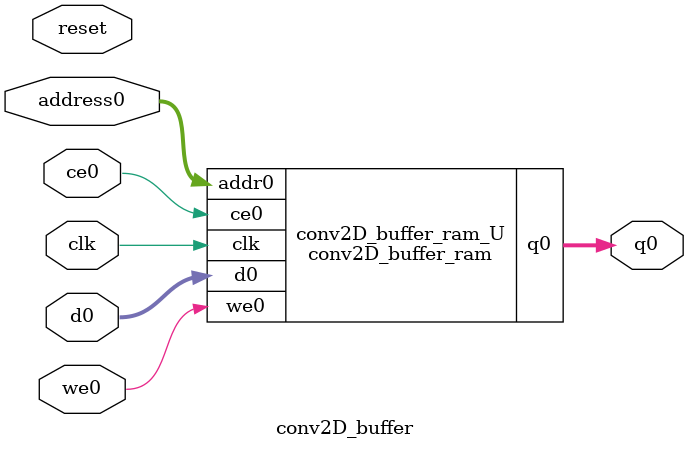
<source format=v>
`timescale 1 ns / 1 ps
module conv2D_buffer_ram (addr0, ce0, d0, we0, q0,  clk);

parameter DWIDTH = 32;
parameter AWIDTH = 5;
parameter MEM_SIZE = 25;

input[AWIDTH-1:0] addr0;
input ce0;
input[DWIDTH-1:0] d0;
input we0;
output reg[DWIDTH-1:0] q0;
input clk;

(* ram_style = "distributed" *)reg [DWIDTH-1:0] ram[0:MEM_SIZE-1];




always @(posedge clk)  
begin 
    if (ce0) 
    begin
        if (we0) 
        begin 
            ram[addr0] <= d0; 
        end 
        q0 <= ram[addr0];
    end
end


endmodule

`timescale 1 ns / 1 ps
module conv2D_buffer(
    reset,
    clk,
    address0,
    ce0,
    we0,
    d0,
    q0);

parameter DataWidth = 32'd32;
parameter AddressRange = 32'd25;
parameter AddressWidth = 32'd5;
input reset;
input clk;
input[AddressWidth - 1:0] address0;
input ce0;
input we0;
input[DataWidth - 1:0] d0;
output[DataWidth - 1:0] q0;



conv2D_buffer_ram conv2D_buffer_ram_U(
    .clk( clk ),
    .addr0( address0 ),
    .ce0( ce0 ),
    .we0( we0 ),
    .d0( d0 ),
    .q0( q0 ));

endmodule


</source>
